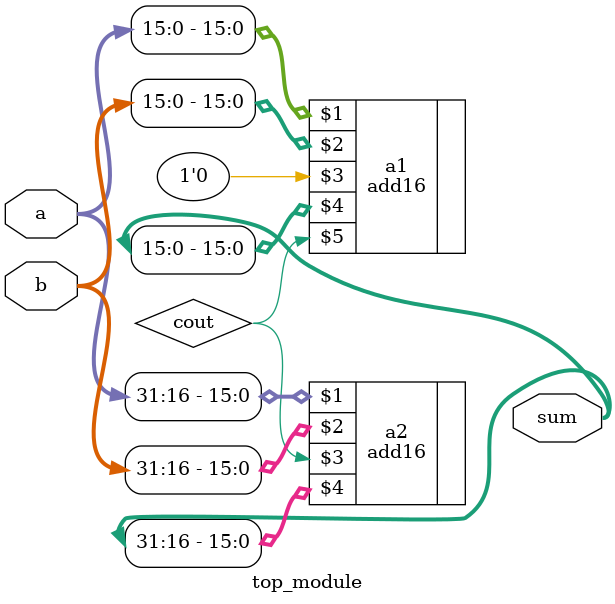
<source format=v>
module top_module(
    input [31:0] a,
    input [31:0] b,
    output [31:0] sum
);
    wire cout;

    add16 a1(a[15:0], b[15:0] , 1'b0, sum[15:0], cout);
    add16 a2(a[31:16], b[31:16], cout, sum[31:16], );

endmodule

</source>
